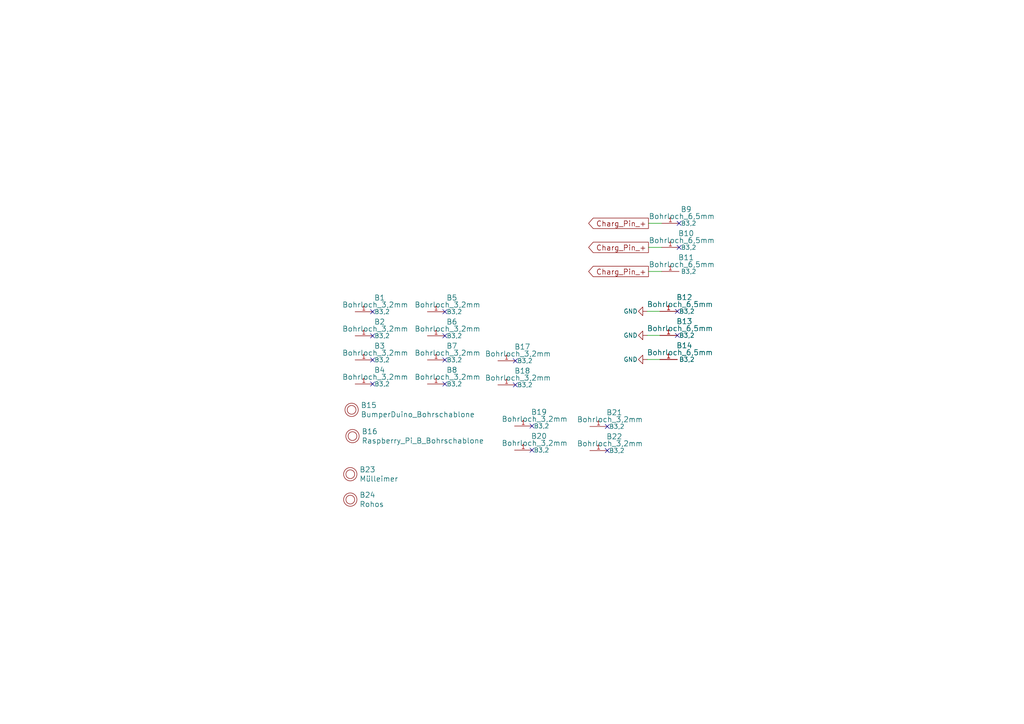
<source format=kicad_sch>
(kicad_sch (version 20201015) (generator eeschema)
  (paper "A4")
  (title_block (title "Ardumower shield SVN Version") (date "2021-01-07") (rev "1.4") (company "ML AG JL UZ") (comment 1 "Unterspannungsschutz von AlexanderG"))
  (lib_symbols
    (symbol "ardumower-mega-shield-svn-rescue:Bohrloch_3,2mm-RESCUE-ardumower_mega_shield_svn"
      (property "Reference" "B" (at 7.112 4.064 0))
      (property "Value" "Bohrloch_3,2mm-RESCUE-ardumower_mega_shield_svn" (at 5.842 2.032 0))
      (symbol "Bohrloch_3,2mm-RESCUE-ardumower_mega_shield_svn_1_1"
        (pin input line (at 0 0 0) (length 5.08) (name "B3,2") (number "1"))
      )
    )
    (symbol "ardumower-mega-shield-svn-rescue:Bohrloch_3,2mm_ohne_Kupferfl_che-RESCUE-ardumower_mega_shield_svn"
      (property "Reference" "B" (at 7.112 4.064 0))
      (property "Value" "Bohrloch_3,2mm_ohne_Kupferfl_che-RESCUE-ardumower_mega_shield_svn" (at 5.842 2.032 0))
      (symbol "Bohrloch_3,2mm_ohne_Kupferfl_che-RESCUE-ardumower_mega_shield_svn_0_1"
        (circle (center 0 0) (radius 1.27))
        (circle (center 0 0) (radius 1.9304))
      )
    )
    (symbol "ardumower-mega-shield-svn-rescue:GND-RESCUE-ardumower_mega_shield_svn" (power) (pin_names (offset 0))
      (property "Value" "GND-RESCUE-ardumower_mega_shield_svn" (at 0 -3.81 0))
      (symbol "GND-RESCUE-ardumower_mega_shield_svn_0_1"
        (polyline (pts (xy 0 0) (xy 0 -1.27) (xy 1.27 -1.27) (xy 0 -2.54) (xy -1.27 -1.27) (xy 0 -1.27)))
      )
      (symbol "GND-RESCUE-ardumower_mega_shield_svn_1_1"
        (pin power_in line (at 0 0 270) (length 0) hide (name "GND") (number "1"))
      )
    )
  )
  (no_connect (at 149.479 111.633))
  (no_connect (at 176.149 123.698))
  (no_connect (at 149.479 104.648))
  (no_connect (at 129.032 111.379))
  (no_connect (at 108.077 104.394))
  (no_connect (at 129.032 104.394))
  (no_connect (at 108.077 97.409))
  (no_connect (at 196.977 64.77))
  (no_connect (at 196.469 90.297))
  (no_connect (at 129.032 97.409))
  (no_connect (at 196.977 71.755))
  (no_connect (at 176.149 130.683))
  (no_connect (at 196.469 97.282))
  (no_connect (at 108.077 90.424))
  (no_connect (at 154.305 130.556))
  (no_connect (at 129.032 90.424))
  (no_connect (at 154.305 123.571))
  (no_connect (at 108.077 111.379))
  (wire (pts (xy 187.706 90.297) (xy 191.389 90.297)))
  (wire (pts (xy 187.706 97.282) (xy 191.389 97.282)))
  (wire (pts (xy 187.706 104.267) (xy 191.389 104.267)))
  (wire (pts (xy 188.087 64.77) (xy 191.897 64.77)))
  (wire (pts (xy 188.087 71.755) (xy 191.897 71.755)))
  (wire (pts (xy 188.087 78.74) (xy 191.897 78.74)))
  (global_label "Charg_Pin_+" (shape output) (at 188.087 64.77 180) (property "Intersheet References" "${INTERSHEET_REFS}" (effects hide)) (effects (font (size 1.524 1.524))))
  (global_label "Charg_Pin_+" (shape output) (at 188.087 71.755 180) (property "Intersheet References" "${INTERSHEET_REFS}" (effects hide)) (effects (font (size 1.524 1.524))))
  (global_label "Charg_Pin_+" (shape output) (at 188.087 78.74 180) (property "Intersheet References" "${INTERSHEET_REFS}" (effects hide)) (effects (font (size 1.524 1.524))))
  (symbol (lib_id "ardumower-mega-shield-svn-rescue:GND-RESCUE-ardumower_mega_shield_svn") (at 187.706 90.297 270) (mirror x) (unit 1)
    (property "Reference" "#PWR0215" (effects hide))
    (property "Value" "GND" (at 182.88 90.297 90))
  )
  (symbol (lib_id "ardumower-mega-shield-svn-rescue:GND-RESCUE-ardumower_mega_shield_svn") (at 187.706 97.282 270) (mirror x) (unit 1)
    (property "Reference" "#PWR0214" (effects hide))
    (property "Value" "GND" (at 182.88 97.282 90))
  )
  (symbol (lib_id "ardumower-mega-shield-svn-rescue:GND-RESCUE-ardumower_mega_shield_svn") (at 187.706 104.267 270) (mirror x) (unit 1)
    (property "Reference" "#PWR0213" (effects hide))
    (property "Value" "GND" (at 182.88 104.267 90))
  )
  (symbol (lib_id "ardumower-mega-shield-svn-rescue:Bohrloch_3,2mm_ohne_Kupferfl_che-RESCUE-ardumower_mega_shield_svn") (at 101.6 137.541 0) (unit 1)
    (property "Reference" "B23" (at 104.2416 136.1948 0) (effects (font (size 1.524 1.524)) (justify left)))
    (property "Value" "Mülleimer" (at 104.2416 138.8872 0) (effects (font (size 1.524 1.524)) (justify left)))
    (property "Footprint" "Symbols:WEEE-Logo_8.4x12mm_SilkScreen" (effects hide))
  )
  (symbol (lib_id "ardumower-mega-shield-svn-rescue:Bohrloch_3,2mm_ohne_Kupferfl_che-RESCUE-ardumower_mega_shield_svn") (at 101.6 144.907 0) (unit 1)
    (property "Reference" "B24" (at 104.2416 143.5608 0) (effects (font (size 1.524 1.524)) (justify left)))
    (property "Value" "Rohos" (at 104.2416 146.2532 0) (effects (font (size 1.524 1.524)) (justify left)))
    (property "Footprint" "Symbols:RoHS-Logo_6mm_SilkScreen" (effects hide))
  )
  (symbol (lib_id "ardumower-mega-shield-svn-rescue:Bohrloch_3,2mm_ohne_Kupferfl_che-RESCUE-ardumower_mega_shield_svn") (at 101.981 118.872 0) (unit 1)
    (property "Reference" "B15" (at 104.6226 117.5258 0) (effects (font (size 1.524 1.524)) (justify left)))
    (property "Value" "BumperDuino_Bohrschablone" (at 104.6226 120.2182 0) (effects (font (size 1.524 1.524)) (justify left)))
    (property "Footprint" "Zimprich:BumperDuino_Bohrschablone" (effects hide))
  )
  (symbol (lib_id "ardumower-mega-shield-svn-rescue:Bohrloch_3,2mm_ohne_Kupferfl_che-RESCUE-ardumower_mega_shield_svn") (at 102.235 126.492 0) (unit 1)
    (property "Reference" "B16" (at 104.8766 125.1458 0) (effects (font (size 1.524 1.524)) (justify left)))
    (property "Value" "Raspberry_Pi_B_Bohrschablone" (at 104.8766 127.8382 0) (effects (font (size 1.524 1.524)) (justify left)))
    (property "Footprint" "Zimprich:Raspberry_Pi_B_Bohrschablone_Rueckseite" (effects hide))
  )
  (symbol (lib_id "ardumower-mega-shield-svn-rescue:Bohrloch_3,2mm-RESCUE-ardumower_mega_shield_svn") (at 102.997 90.424 0) (unit 1)
    (property "Reference" "B1" (at 110.109 86.36 0) (effects (font (size 1.524 1.524))))
    (property "Value" "Bohrloch_3,2mm" (at 108.839 88.392 0) (effects (font (size 1.524 1.524))))
    (property "Footprint" "Zimprich:Bohrloch_3,2mm" (effects hide))
  )
  (symbol (lib_id "ardumower-mega-shield-svn-rescue:Bohrloch_3,2mm-RESCUE-ardumower_mega_shield_svn") (at 102.997 97.409 0) (unit 1)
    (property "Reference" "B2" (at 110.109 93.345 0) (effects (font (size 1.524 1.524))))
    (property "Value" "Bohrloch_3,2mm" (at 108.839 95.377 0) (effects (font (size 1.524 1.524))))
    (property "Footprint" "Zimprich:Bohrloch_3,2mm" (effects hide))
  )
  (symbol (lib_id "ardumower-mega-shield-svn-rescue:Bohrloch_3,2mm-RESCUE-ardumower_mega_shield_svn") (at 102.997 104.394 0) (unit 1)
    (property "Reference" "B3" (at 110.109 100.33 0) (effects (font (size 1.524 1.524))))
    (property "Value" "Bohrloch_3,2mm" (at 108.839 102.362 0) (effects (font (size 1.524 1.524))))
    (property "Footprint" "Zimprich:Bohrloch_3,2mm" (effects hide))
  )
  (symbol (lib_id "ardumower-mega-shield-svn-rescue:Bohrloch_3,2mm-RESCUE-ardumower_mega_shield_svn") (at 102.997 111.379 0) (unit 1)
    (property "Reference" "B4" (at 110.109 107.315 0) (effects (font (size 1.524 1.524))))
    (property "Value" "Bohrloch_3,2mm" (at 108.839 109.347 0) (effects (font (size 1.524 1.524))))
    (property "Footprint" "Zimprich:Bohrloch_3,2mm" (effects hide))
  )
  (symbol (lib_id "ardumower-mega-shield-svn-rescue:Bohrloch_3,2mm-RESCUE-ardumower_mega_shield_svn") (at 123.952 90.424 0) (unit 1)
    (property "Reference" "B5" (at 131.064 86.36 0) (effects (font (size 1.524 1.524))))
    (property "Value" "Bohrloch_3,2mm" (at 129.794 88.392 0) (effects (font (size 1.524 1.524))))
    (property "Footprint" "Zimprich:Bohrloch_3,2mm" (effects hide))
  )
  (symbol (lib_id "ardumower-mega-shield-svn-rescue:Bohrloch_3,2mm-RESCUE-ardumower_mega_shield_svn") (at 123.952 97.409 0) (unit 1)
    (property "Reference" "B6" (at 131.064 93.345 0) (effects (font (size 1.524 1.524))))
    (property "Value" "Bohrloch_3,2mm" (at 129.794 95.377 0) (effects (font (size 1.524 1.524))))
    (property "Footprint" "Zimprich:Bohrloch_3,2mm" (effects hide))
  )
  (symbol (lib_id "ardumower-mega-shield-svn-rescue:Bohrloch_3,2mm-RESCUE-ardumower_mega_shield_svn") (at 123.952 104.394 0) (unit 1)
    (property "Reference" "B7" (at 131.064 100.33 0) (effects (font (size 1.524 1.524))))
    (property "Value" "Bohrloch_3,2mm" (at 129.794 102.362 0) (effects (font (size 1.524 1.524))))
    (property "Footprint" "Zimprich:Bohrloch_3,2mm" (effects hide))
  )
  (symbol (lib_id "ardumower-mega-shield-svn-rescue:Bohrloch_3,2mm-RESCUE-ardumower_mega_shield_svn") (at 123.952 111.379 0) (unit 1)
    (property "Reference" "B8" (at 131.064 107.315 0) (effects (font (size 1.524 1.524))))
    (property "Value" "Bohrloch_3,2mm" (at 129.794 109.347 0) (effects (font (size 1.524 1.524))))
    (property "Footprint" "Zimprich:Bohrloch_3,2mm" (effects hide))
  )
  (symbol (lib_id "ardumower-mega-shield-svn-rescue:Bohrloch_3,2mm-RESCUE-ardumower_mega_shield_svn") (at 144.399 104.648 0) (unit 1)
    (property "Reference" "B17" (at 151.511 100.584 0) (effects (font (size 1.524 1.524))))
    (property "Value" "Bohrloch_3,2mm" (at 150.241 102.616 0) (effects (font (size 1.524 1.524))))
    (property "Footprint" "Zimprich:Bohrloch_3,2mm" (effects hide))
  )
  (symbol (lib_id "ardumower-mega-shield-svn-rescue:Bohrloch_3,2mm-RESCUE-ardumower_mega_shield_svn") (at 144.399 111.633 0) (unit 1)
    (property "Reference" "B18" (at 151.511 107.569 0) (effects (font (size 1.524 1.524))))
    (property "Value" "Bohrloch_3,2mm" (at 150.241 109.601 0) (effects (font (size 1.524 1.524))))
    (property "Footprint" "Zimprich:Bohrloch_3,2mm" (effects hide))
  )
  (symbol (lib_id "ardumower-mega-shield-svn-rescue:Bohrloch_3,2mm-RESCUE-ardumower_mega_shield_svn") (at 149.225 123.571 0) (unit 1)
    (property "Reference" "B19" (at 156.337 119.507 0) (effects (font (size 1.524 1.524))))
    (property "Value" "Bohrloch_3,2mm" (at 155.067 121.539 0) (effects (font (size 1.524 1.524))))
    (property "Footprint" "Zimprich:Bohrloch_3,2mm" (effects hide))
  )
  (symbol (lib_id "ardumower-mega-shield-svn-rescue:Bohrloch_3,2mm-RESCUE-ardumower_mega_shield_svn") (at 149.225 130.556 0) (unit 1)
    (property "Reference" "B20" (at 156.337 126.492 0) (effects (font (size 1.524 1.524))))
    (property "Value" "Bohrloch_3,2mm" (at 155.067 128.524 0) (effects (font (size 1.524 1.524))))
    (property "Footprint" "Zimprich:Bohrloch_3,2mm" (effects hide))
  )
  (symbol (lib_id "ardumower-mega-shield-svn-rescue:Bohrloch_3,2mm-RESCUE-ardumower_mega_shield_svn") (at 171.069 123.698 0) (unit 1)
    (property "Reference" "B21" (at 178.181 119.634 0) (effects (font (size 1.524 1.524))))
    (property "Value" "Bohrloch_3,2mm" (at 176.911 121.666 0) (effects (font (size 1.524 1.524))))
    (property "Footprint" "Zimprich:Bohrloch_3,2mm" (effects hide))
  )
  (symbol (lib_id "ardumower-mega-shield-svn-rescue:Bohrloch_3,2mm-RESCUE-ardumower_mega_shield_svn") (at 171.069 130.683 0) (unit 1)
    (property "Reference" "B22" (at 178.181 126.619 0) (effects (font (size 1.524 1.524))))
    (property "Value" "Bohrloch_3,2mm" (at 176.911 128.651 0) (effects (font (size 1.524 1.524))))
    (property "Footprint" "Zimprich:Bohrloch_3,2mm" (effects hide))
  )
  (symbol (lib_id "ardumower-mega-shield-svn-rescue:Bohrloch_3,2mm-RESCUE-ardumower_mega_shield_svn") (at 191.389 90.297 0) (unit 1)
    (property "Reference" "B12" (at 198.501 86.233 0) (effects (font (size 1.524 1.524))))
    (property "Value" "Bohrloch_6,5mm" (at 197.231 88.265 0) (effects (font (size 1.524 1.524))))
    (property "Footprint" "Zimprich:Bohrloch_6,5mm" (effects hide))
  )
  (symbol (lib_id "ardumower-mega-shield-svn-rescue:Bohrloch_3,2mm-RESCUE-ardumower_mega_shield_svn") (at 191.389 97.282 0) (unit 1)
    (property "Reference" "B13" (at 198.501 93.218 0) (effects (font (size 1.524 1.524))))
    (property "Value" "Bohrloch_6,5mm" (at 197.231 95.25 0) (effects (font (size 1.524 1.524))))
    (property "Footprint" "Zimprich:Bohrloch_6,5mm" (effects hide))
  )
  (symbol (lib_id "ardumower-mega-shield-svn-rescue:Bohrloch_3,2mm-RESCUE-ardumower_mega_shield_svn") (at 191.389 104.267 0) (unit 1)
    (property "Reference" "B14" (at 198.501 100.203 0) (effects (font (size 1.524 1.524))))
    (property "Value" "Bohrloch_6,5mm" (at 197.231 102.235 0) (effects (font (size 1.524 1.524))))
    (property "Footprint" "Zimprich:Bohrloch_6,5mm" (effects hide))
  )
  (symbol (lib_id "ardumower-mega-shield-svn-rescue:Bohrloch_3,2mm-RESCUE-ardumower_mega_shield_svn") (at 191.897 64.77 0) (unit 1)
    (property "Reference" "B9" (at 199.009 60.706 0) (effects (font (size 1.524 1.524))))
    (property "Value" "Bohrloch_6,5mm" (at 197.739 62.738 0) (effects (font (size 1.524 1.524))))
    (property "Footprint" "Zimprich:Bohrloch_6,5mm" (effects hide))
  )
  (symbol (lib_id "ardumower-mega-shield-svn-rescue:Bohrloch_3,2mm-RESCUE-ardumower_mega_shield_svn") (at 191.897 71.755 0) (unit 1)
    (property "Reference" "B10" (at 199.009 67.691 0) (effects (font (size 1.524 1.524))))
    (property "Value" "Bohrloch_6,5mm" (at 197.739 69.723 0) (effects (font (size 1.524 1.524))))
    (property "Footprint" "Zimprich:Bohrloch_6,5mm" (effects hide))
  )
  (symbol (lib_id "ardumower-mega-shield-svn-rescue:Bohrloch_3,2mm-RESCUE-ardumower_mega_shield_svn") (at 191.897 78.74 0) (unit 1)
    (property "Reference" "B11" (at 199.009 74.676 0) (effects (font (size 1.524 1.524))))
    (property "Value" "Bohrloch_6,5mm" (at 197.739 76.708 0) (effects (font (size 1.524 1.524))))
    (property "Footprint" "Zimprich:Bohrloch_6,5mm" (effects hide))
  )
)
</source>
